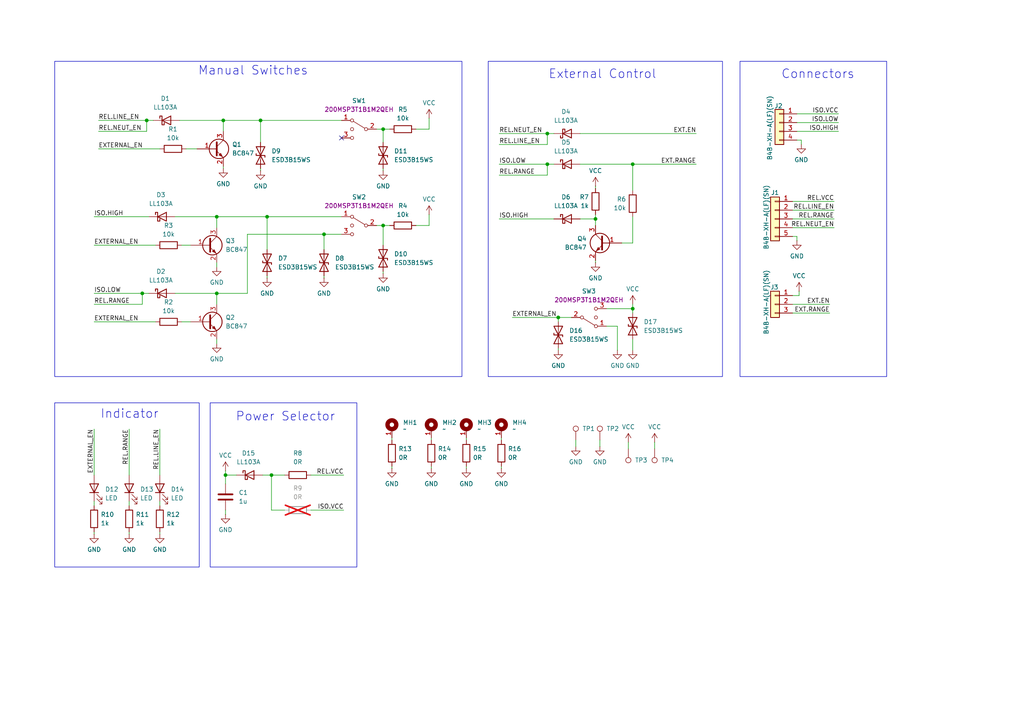
<source format=kicad_sch>
(kicad_sch (version 20231120) (generator "eeschema") (generator_version "8.0")
  (paper "A4")
  (junction (at 183.515 47.625))
  (junction (at 62.865 62.865))
  (junction (at 62.865 85.09))
  (junction (at 158.75 47.625))
  (junction (at 75.565 34.925))
  (junction (at 111.125 65.405))
  (junction (at 65.405 137.795))
  (junction (at 64.77 34.925))
  (junction (at 161.925 92.075))
  (junction (at 93.98 67.945))
  (junction (at 77.47 62.865))
  (junction (at 41.275 85.09))
  (junction (at 42.545 34.925))
  (junction (at 158.75 38.735))
  (junction (at 111.125 37.465))
  (junction (at 172.72 63.5))
  (junction (at 78.74 137.795))
  (junction (at 183.515 89.535))
  (no_connect (at 99.06 40.005))
  (wire (pts (xy 172.72 63.5) (xy 168.275 63.5)))
  (wire (pts (xy 27.305 137.795) (xy 27.305 124.46)))
  (wire (pts (xy 111.125 37.465) (xy 111.125 41.275)))
  (wire (pts (xy 93.98 80.645) (xy 93.98 80.01)))
  (wire (pts (xy 76.2 137.795) (xy 78.74 137.795)))
  (wire (pts (xy 27.305 93.345) (xy 45.085 93.345)))
  (wire (pts (xy 78.74 137.795) (xy 78.74 147.955)))
  (wire (pts (xy 52.07 34.925) (xy 64.77 34.925)))
  (wire (pts (xy 77.47 62.865) (xy 99.06 62.865)))
  (wire (pts (xy 28.575 38.1) (xy 42.545 38.1)))
  (wire (pts (xy 57.15 43.18) (xy 53.975 43.18)))
  (wire (pts (xy 46.355 154.94) (xy 46.355 154.305)))
  (wire (pts (xy 241.935 66.04) (xy 229.87 66.04)))
  (wire (pts (xy 64.77 48.895) (xy 64.77 48.26)))
  (wire (pts (xy 50.8 85.09) (xy 62.865 85.09)))
  (wire (pts (xy 148.59 92.075) (xy 161.925 92.075)))
  (wire (pts (xy 27.305 85.09) (xy 41.275 85.09)))
  (wire (pts (xy 37.465 154.94) (xy 37.465 154.305)))
  (wire (pts (xy 231.14 38.1) (xy 243.205 38.1)))
  (wire (pts (xy 231.775 84.455) (xy 231.775 85.725)))
  (wire (pts (xy 62.865 62.865) (xy 77.47 62.865)))
  (wire (pts (xy 109.22 65.405) (xy 111.125 65.405)))
  (wire (pts (xy 75.565 34.925) (xy 99.06 34.925)))
  (wire (pts (xy 124.46 62.23) (xy 124.46 65.405)))
  (wire (pts (xy 158.75 50.8) (xy 158.75 47.625)))
  (wire (pts (xy 42.545 38.1) (xy 42.545 34.925)))
  (wire (pts (xy 231.775 85.725) (xy 229.87 85.725)))
  (wire (pts (xy 64.77 34.925) (xy 64.77 38.1)))
  (wire (pts (xy 50.8 62.865) (xy 62.865 62.865)))
  (wire (pts (xy 42.545 34.925) (xy 44.45 34.925)))
  (wire (pts (xy 111.125 49.53) (xy 111.125 48.895)))
  (wire (pts (xy 41.275 88.265) (xy 41.275 85.09)))
  (wire (pts (xy 173.99 127.635) (xy 173.99 129.54)))
  (wire (pts (xy 172.72 62.23) (xy 172.72 63.5)))
  (wire (pts (xy 37.465 146.685) (xy 37.465 145.415)))
  (wire (pts (xy 167.005 127.635) (xy 167.005 129.54)))
  (wire (pts (xy 46.355 146.685) (xy 46.355 145.415)))
  (wire (pts (xy 82.55 137.795) (xy 78.74 137.795)))
  (wire (pts (xy 111.125 37.465) (xy 113.03 37.465)))
  (wire (pts (xy 125.095 135.89) (xy 125.095 135.255)))
  (wire (pts (xy 231.14 35.56) (xy 243.205 35.56)))
  (wire (pts (xy 90.17 147.955) (xy 99.695 147.955)))
  (wire (pts (xy 28.575 34.925) (xy 42.545 34.925)))
  (wire (pts (xy 189.865 128.27) (xy 189.865 130.175)))
  (wire (pts (xy 62.865 77.47) (xy 62.865 76.2)))
  (wire (pts (xy 41.275 85.09) (xy 43.18 85.09)))
  (wire (pts (xy 93.98 67.945) (xy 71.755 67.945)))
  (wire (pts (xy 27.305 62.865) (xy 43.18 62.865)))
  (wire (pts (xy 161.925 92.075) (xy 165.735 92.075)))
  (wire (pts (xy 109.22 37.465) (xy 111.125 37.465)))
  (wire (pts (xy 111.125 65.405) (xy 111.125 71.12)))
  (wire (pts (xy 172.72 63.5) (xy 172.72 65.405)))
  (wire (pts (xy 75.565 34.925) (xy 75.565 41.275)))
  (wire (pts (xy 124.46 34.29) (xy 124.46 37.465)))
  (wire (pts (xy 183.515 47.625) (xy 168.275 47.625)))
  (wire (pts (xy 241.935 63.5) (xy 229.87 63.5)))
  (wire (pts (xy 77.47 80.01) (xy 77.47 80.645)))
  (wire (pts (xy 229.87 68.58) (xy 231.14 68.58)))
  (wire (pts (xy 144.78 50.8) (xy 158.75 50.8)))
  (wire (pts (xy 144.78 41.91) (xy 158.75 41.91)))
  (wire (pts (xy 183.515 101.6) (xy 183.515 98.425)))
  (wire (pts (xy 175.895 89.535) (xy 183.515 89.535)))
  (wire (pts (xy 161.925 101.6) (xy 161.925 100.965)))
  (wire (pts (xy 46.355 137.795) (xy 46.355 124.46)))
  (wire (pts (xy 172.72 53.975) (xy 172.72 54.61)))
  (wire (pts (xy 144.78 63.5) (xy 160.655 63.5)))
  (wire (pts (xy 231.14 33.02) (xy 243.205 33.02)))
  (wire (pts (xy 161.925 92.075) (xy 161.925 93.345)))
  (wire (pts (xy 28.575 43.18) (xy 46.355 43.18)))
  (wire (pts (xy 55.245 93.345) (xy 52.705 93.345)))
  (wire (pts (xy 183.515 70.485) (xy 180.34 70.485)))
  (wire (pts (xy 179.07 101.6) (xy 179.07 94.615)))
  (wire (pts (xy 93.98 67.945) (xy 93.98 72.39)))
  (wire (pts (xy 182.245 128.27) (xy 182.245 130.175)))
  (wire (pts (xy 64.77 34.925) (xy 75.565 34.925)))
  (wire (pts (xy 125.095 127.635) (xy 125.095 127)))
  (wire (pts (xy 55.245 71.12) (xy 52.705 71.12)))
  (wire (pts (xy 232.41 40.64) (xy 232.41 41.91)))
  (wire (pts (xy 62.865 99.695) (xy 62.865 98.425)))
  (wire (pts (xy 124.46 37.465) (xy 120.65 37.465)))
  (wire (pts (xy 111.125 79.375) (xy 111.125 78.74)))
  (wire (pts (xy 158.75 41.91) (xy 158.75 38.735)))
  (wire (pts (xy 231.14 40.64) (xy 232.41 40.64)))
  (wire (pts (xy 229.87 88.265) (xy 240.665 88.265)))
  (wire (pts (xy 145.415 135.89) (xy 145.415 135.255)))
  (wire (pts (xy 183.515 89.535) (xy 183.515 90.805)))
  (wire (pts (xy 135.255 135.89) (xy 135.255 135.255)))
  (wire (pts (xy 65.405 137.795) (xy 65.405 140.335)))
  (wire (pts (xy 78.74 147.955) (xy 82.55 147.955)))
  (wire (pts (xy 229.87 58.42) (xy 241.935 58.42)))
  (wire (pts (xy 62.865 85.09) (xy 71.755 85.09)))
  (wire (pts (xy 201.93 47.625) (xy 183.515 47.625)))
  (wire (pts (xy 135.255 127.635) (xy 135.255 127)))
  (wire (pts (xy 65.405 149.225) (xy 65.405 147.955)))
  (wire (pts (xy 27.305 88.265) (xy 41.275 88.265)))
  (wire (pts (xy 111.125 65.405) (xy 113.03 65.405)))
  (wire (pts (xy 27.305 71.12) (xy 45.085 71.12)))
  (wire (pts (xy 113.665 127.635) (xy 113.665 127)))
  (wire (pts (xy 77.47 72.39) (xy 77.47 62.865)))
  (wire (pts (xy 68.58 137.795) (xy 65.405 137.795)))
  (wire (pts (xy 99.06 67.945) (xy 93.98 67.945)))
  (wire (pts (xy 229.87 90.805) (xy 240.665 90.805)))
  (wire (pts (xy 179.07 94.615) (xy 175.895 94.615)))
  (wire (pts (xy 201.93 38.735) (xy 168.275 38.735)))
  (wire (pts (xy 160.655 38.735) (xy 158.75 38.735)))
  (wire (pts (xy 231.14 68.58) (xy 231.14 69.85)))
  (wire (pts (xy 144.78 47.625) (xy 158.75 47.625)))
  (wire (pts (xy 183.515 47.625) (xy 183.515 55.245)))
  (wire (pts (xy 241.935 60.96) (xy 229.87 60.96)))
  (wire (pts (xy 124.46 65.405) (xy 120.65 65.405)))
  (wire (pts (xy 27.305 146.685) (xy 27.305 145.415)))
  (wire (pts (xy 158.75 47.625) (xy 160.655 47.625)))
  (wire (pts (xy 75.565 48.895) (xy 75.565 49.53)))
  (wire (pts (xy 99.695 137.795) (xy 90.17 137.795)))
  (wire (pts (xy 71.755 67.945) (xy 71.755 85.09)))
  (wire (pts (xy 183.515 88.265) (xy 183.515 89.535)))
  (wire (pts (xy 145.415 127.635) (xy 145.415 127)))
  (wire (pts (xy 37.465 137.795) (xy 37.465 124.46)))
  (wire (pts (xy 172.72 76.2) (xy 172.72 75.565)))
  (wire (pts (xy 62.865 85.09) (xy 62.865 88.265)))
  (wire (pts (xy 27.305 154.94) (xy 27.305 154.305)))
  (wire (pts (xy 65.405 136.525) (xy 65.405 137.795)))
  (wire (pts (xy 62.865 62.865) (xy 62.865 66.04)))
  (wire (pts (xy 144.78 38.735) (xy 158.75 38.735)))
  (wire (pts (xy 113.665 135.89) (xy 113.665 135.255)))
  (wire (pts (xy 183.515 62.865) (xy 183.515 70.485)))
  (rectangle (start 214.63 17.78) (end 257.175 109.22))
  (rectangle (start 60.96 116.84) (end 103.505 164.465))
  (rectangle (start 15.875 116.84) (end 57.785 164.465))
  (rectangle (start 141.605 17.78) (end 209.55 109.22))
  (rectangle (start 15.875 17.78) (end 133.985 109.22))
  (text "External Control" (at 174.752 21.59 0) (effects (font (size 2.54 2.54))))
  (text "Power Selector" (at 82.804 120.904 0) (effects (font (size 2.54 2.54))))
  (text "Indicator" (at 37.592 120.142 0) (effects (font (size 2.54 2.54))))
  (text "Connectors" (at 237.236 21.59 0) (effects (font (size 2.54 2.54))))
  (text "Manual Switches" (at 73.406 20.574 0) (effects (font (size 2.54 2.54))))
  (label "REL.LINE_EN" (at 144.78 41.91 0))
  (label "ISO.LOW" (at 27.305 85.09 0))
  (label "EXTERNAL_EN" (at 27.305 124.46 270))
  (label "REL.RANGE" (at 241.935 63.5 180))
  (label "REL.NEUT_EN" (at 144.78 38.735 0))
  (label "REL.LINE_EN" (at 46.355 124.46 270))
  (label "ISO.HIGH" (at 243.205 38.1 180))
  (label "ISO.HIGH" (at 27.305 62.865 0))
  (label "EXT.EN" (at 240.665 88.265 180))
  (label "REL.NEUT_EN" (at 28.575 38.1 0))
  (label "REL.RANGE" (at 27.305 88.265 0))
  (label "EXTERNAL_EN" (at 27.305 71.12 0))
  (label "ISO.LOW" (at 243.205 35.56 180))
  (label "REL.LINE_EN" (at 241.935 60.96 180))
  (label "EXT.RANGE" (at 201.93 47.625 180))
  (label "REL.VCC" (at 241.935 58.42 180))
  (label "ISO.LOW" (at 144.78 47.625 0))
  (label "ISO.VCC" (at 99.695 147.955 180))
  (label "REL.RANGE" (at 37.465 124.46 270))
  (label "EXTERNAL_EN" (at 27.305 93.345 0))
  (label "EXTERNAL_EN" (at 148.59 92.075 0))
  (label "ISO.HIGH" (at 144.78 63.5 0))
  (label "EXT.EN" (at 201.93 38.735 180))
  (label "REL.NEUT_EN" (at 241.935 66.04 180))
  (label "EXTERNAL_EN" (at 28.575 43.18 0))
  (label "ISO.VCC" (at 243.205 33.02 180))
  (label "REL.VCC" (at 99.695 137.795 180))
  (label "EXT.RANGE" (at 240.665 90.805 180))
  (label "REL.LINE_EN" (at 28.575 34.925 0))
  (label "REL.RANGE" (at 144.78 50.8 0))
  (symbol (lib_id "Koszalix_Shottky_Diodes:LL103A") (at 72.39 140.335 0) (unit 1)
    (property "Reference" "D15" (at 72.0725 131.445 0))
    (property "Value" "LL103A" (at 72.0725 133.985 0))
    (property "Footprint" "Diode_SMD:D_MiniMELF" (effects (hide yes)))
    (property "Datasheet" "https://www.tme.eu/Document/4b83a5789d32f39934640cef179344a8/ll103a.pdf" (effects (hide yes)))
    (property "Description" "Schotky diode, 350mA/40V" (effects (hide yes)))
    (property "Manufacturer" "Diotec Semiconductor" (effects (hide yes)))
    (property "MPN" "LL103A" (effects (hide yes)))
    (property "Peak reverse voltage" "40V" (effects (hide yes)))
    (property "Power dissipation" "400mW" (effects (hide yes)))
    (property "Max. average forward current" "350mA" (effects (hide yes)))
    (property "unction temperature" "-55 to +125°C" (effects (hide yes)))
    (property " junction capacitance" "50pF" (effects (hide yes)))
    (property "Reverse recovery time" "10ns" (effects (hide yes)))
    (property "Leakage current" "5uA" (effects (hide yes)))
  )
  (symbol (lib_id "Koszalix_Shottky_Diodes:LL103A") (at 46.99 87.63 0) (unit 1)
    (property "Reference" "D2" (at 46.6725 78.74 0))
    (property "Value" "LL103A" (at 46.6725 81.28 0))
    (property "Footprint" "Diode_SMD:D_MiniMELF" (effects (hide yes)))
    (property "Datasheet" "https://www.tme.eu/Document/4b83a5789d32f39934640cef179344a8/ll103a.pdf" (effects (hide yes)))
    (property "Description" "Schotky diode, 350mA/40V" (effects (hide yes)))
    (property "Manufacturer" "Diotec Semiconductor" (effects (hide yes)))
    (property "MPN" "LL103A" (effects (hide yes)))
    (property "Peak reverse voltage" "40V" (effects (hide yes)))
    (property "Power dissipation" "400mW" (effects (hide yes)))
    (property "Max. average forward current" "350mA" (effects (hide yes)))
    (property "unction temperature" "-55 to +125°C" (effects (hide yes)))
    (property " junction capacitance" "50pF" (effects (hide yes)))
    (property "Reverse recovery time" "10ns" (effects (hide yes)))
    (property "Leakage current" "5uA" (effects (hide yes)))
  )
  (symbol (lib_id "power:GND") (at 62.865 99.695 0) (unit 1)
    (property "Reference" "#PWR04" (effects (hide yes)))
    (property "Value" "GND" (at 62.865 104.14 0))
    (property "Description" "Power symbol creates a global label with name \"GND\" , ground" (effects (hide yes)))
  )
  (symbol (lib_id "Koszalix_Shottky_Diodes:LL103A") (at 164.465 36.195 0) (mirror x) (unit 1)
    (property "Reference" "D4" (at 164.1475 32.385 0))
    (property "Value" "LL103A" (at 164.1475 34.925 0))
    (property "Footprint" "Diode_SMD:D_MiniMELF" (effects (hide yes)))
    (property "Datasheet" "https://www.tme.eu/Document/4b83a5789d32f39934640cef179344a8/ll103a.pdf" (effects (hide yes)))
    (property "Description" "Schotky diode, 350mA/40V" (effects (hide yes)))
    (property "Manufacturer" "Diotec Semiconductor" (effects (hide yes)))
    (property "MPN" "LL103A" (effects (hide yes)))
    (property "Peak reverse voltage" "40V" (effects (hide yes)))
    (property "Power dissipation" "400mW" (effects (hide yes)))
    (property "Max. average forward current" "350mA" (effects (hide yes)))
    (property "unction temperature" "-55 to +125°C" (effects (hide yes)))
    (property " junction capacitance" "50pF" (effects (hide yes)))
    (property "Reverse recovery time" "10ns" (effects (hide yes)))
    (property "Leakage current" "5uA" (effects (hide yes)))
  )
  (symbol (lib_id "Koszalix_Mechanical:MountingHole_M3_3.2mm_Pad") (at 145.415 123.19 0) (unit 1)
    (property "Reference" "MH4" (at 148.59 122.5549 0) (effects (justify left)))
    (property "Value" "~" (at 148.59 124.46 0) (effects (justify left)))
    (property "Footprint" "MountingHole:MountingHole_3.2mm_M3_Pad" (effects (hide yes)))
    (property "Description" "Mounting hole 3.2mm " (effects (hide yes)))
  )
  (symbol (lib_id "Koszalix_Shottky_Diodes:LL103A") (at 164.465 66.04 0) (unit 1)
    (property "Reference" "D6" (at 164.1475 57.15 0))
    (property "Value" "LL103A" (at 164.1475 59.69 0))
    (property "Footprint" "Diode_SMD:D_MiniMELF" (effects (hide yes)))
    (property "Datasheet" "https://www.tme.eu/Document/4b83a5789d32f39934640cef179344a8/ll103a.pdf" (effects (hide yes)))
    (property "Description" "Schotky diode, 350mA/40V" (effects (hide yes)))
    (property "Manufacturer" "Diotec Semiconductor" (effects (hide yes)))
    (property "MPN" "LL103A" (effects (hide yes)))
    (property "Peak reverse voltage" "40V" (effects (hide yes)))
    (property "Power dissipation" "400mW" (effects (hide yes)))
    (property "Max. average forward current" "350mA" (effects (hide yes)))
    (property "unction temperature" "-55 to +125°C" (effects (hide yes)))
    (property " junction capacitance" "50pF" (effects (hide yes)))
    (property "Reverse recovery time" "10ns" (effects (hide yes)))
    (property "Leakage current" "5uA" (effects (hide yes)))
  )
  (symbol (lib_id "Koszalix_Switches:SW_SP3T_200MSP3T1B1M2QEH") (at 109.22 37.465 0) (mirror y) (unit 1)
    (property "Reference" "SW1" (at 104.14 29.21 0))
    (property "Value" "200MSP3T1B1M2QEH" (effects (hide yes)))
    (property "Footprint" "Koszalix_Switches:ESWITCH-100SP1T1B1M1QEH" (effects (hide yes)))
    (property "Datasheet" "https://www.tme.eu/Document/2b7a169d593b3bf7a4fc5fcea8c933ec/200MSP3T1B1M2QEH.pdf" (effects (hide yes)))
    (property "Description" "Switch SD3T, center open,  1A/250VAC, 20mOhm" (effects (hide yes)))
    (property "MPN" "200MSP3T1B1M2QEH" (at 104.14 31.75 0))
    (property "Manufacturer" "E-SWITCH" (effects (hide yes)))
  )
  (symbol (lib_id "power:GND") (at 161.925 101.6 0) (unit 1)
    (property "Reference" "#PWR027" (effects (hide yes)))
    (property "Value" "GND" (at 161.925 106.045 0))
    (property "Description" "Power symbol creates a global label with name \"GND\" , ground" (effects (hide yes)))
  )
  (symbol (lib_id "power:GND") (at 183.515 101.6 0) (unit 1)
    (property "Reference" "#PWR028" (effects (hide yes)))
    (property "Value" "GND" (at 183.515 106.045 0))
    (property "Description" "Power symbol creates a global label with name \"GND\" , ground" (effects (hide yes)))
  )
  (symbol (lib_id "power:GND") (at 65.405 149.225 0) (unit 1)
    (property "Reference" "#PWR018" (effects (hide yes)))
    (property "Value" "GND" (at 65.405 153.67 0))
    (property "Description" "Power symbol creates a global label with name \"GND\" , ground" (effects (hide yes)))
  )
  (symbol (lib_id "power:GND") (at 231.14 69.85 0) (unit 1)
    (property "Reference" "#PWR01" (effects (hide yes)))
    (property "Value" "GND" (at 231.14 74.295 0))
    (property "Description" "Power symbol creates a global label with name \"GND\" , ground" (effects (hide yes)))
  )
  (symbol (lib_id "Koszalix_Connectors_JST_XH:B3B-XH-A(LF)(SN)") (at 229.87 85.725 0) (mirror y) (unit 1)
    (property "Reference" "J3" (at 225.806 83.312 0) (effects (justify left)))
    (property "Value" "B4B-XH-A(LF)(SN)" (at 222.25 97.028 90) (effects (justify left)))
    (property "Footprint" "Connector_JST:JST_XH_B3B-XH-A_1x03_P2.50mm_Vertical" (effects (hide yes)))
    (property "Datasheet" "https://www.tme.eu/Document/0a99312bb6c67d3f0f7869fe9a023cea/XH.pdf" (effects (hide yes)))
    (property "Description" "JST XH Connector 3 pins" (effects (hide yes)))
  )
  (symbol (lib_id "Connector:TestPoint") (at 173.99 127.635 0) (unit 1)
    (property "Reference" "TP2" (at 175.895 124.3329 0) (effects (justify left)))
    (property "Value" "TestPoint" (effects (hide yes)))
    (property "Footprint" "TestPoint:TestPoint_Pad_D1.0mm" (effects (hide yes)))
    (property "Description" "test point" (effects (hide yes)))
  )
  (symbol (lib_id "Koszalix_Shottky_Diodes:LL103A") (at 164.465 50.165 0) (unit 1)
    (property "Reference" "D5" (at 164.1475 41.275 0))
    (property "Value" "LL103A" (at 164.1475 43.815 0))
    (property "Footprint" "Diode_SMD:D_MiniMELF" (effects (hide yes)))
    (property "Datasheet" "https://www.tme.eu/Document/4b83a5789d32f39934640cef179344a8/ll103a.pdf" (effects (hide yes)))
    (property "Description" "Schotky diode, 350mA/40V" (effects (hide yes)))
    (property "Manufacturer" "Diotec Semiconductor" (effects (hide yes)))
    (property "MPN" "LL103A" (effects (hide yes)))
    (property "Peak reverse voltage" "40V" (effects (hide yes)))
    (property "Power dissipation" "400mW" (effects (hide yes)))
    (property "Max. average forward current" "350mA" (effects (hide yes)))
    (property "unction temperature" "-55 to +125°C" (effects (hide yes)))
    (property " junction capacitance" "50pF" (effects (hide yes)))
    (property "Reverse recovery time" "10ns" (effects (hide yes)))
    (property "Leakage current" "5uA" (effects (hide yes)))
  )
  (symbol (lib_id "power:GND") (at 77.47 80.645 0) (unit 1)
    (property "Reference" "#PWR013" (effects (hide yes)))
    (property "Value" "GND" (at 77.47 85.09 0))
    (property "Description" "Power symbol creates a global label with name \"GND\" , ground" (effects (hide yes)))
  )
  (symbol (lib_id "Koszalix_Resistors_Yageo_RC0603:RES_0R_0603") (at 86.36 137.795 90) (unit 1)
    (property "Reference" "R8" (at 86.36 131.445 90))
    (property "Value" "0R" (at 86.36 133.985 90))
    (property "Footprint" "Resistor_SMD:R_0603_1608Metric" (effects (hide yes)))
    (property "Datasheet" "https://www.tme.eu/Document/d2a72e545e5c8eb7bf2a04fa97535928/rc0603yageo.pdf" (effects (hide yes)))
    (property "Description" "SMD Resistor" (effects (hide yes)))
    (property "Manufacturer" "YAGEO" (effects (hide yes)))
    (property "MPN" "RC0603FR-070R" (effects (hide yes)))
    (property "Maximum Working Voltage " "50 V" (effects (hide yes)))
    (property "Maximum Overload Voltage" "100 V" (effects (hide yes)))
    (property "Dielectric Withstanding Voltage " "100 V" (effects (hide yes)))
    (property "Temperature Coefficient" "200ppm" (effects (hide yes)))
    (property "Operating Temperature Range" "–55 °C to +155 °C" (effects (hide yes)))
    (property "Tolerance" "1%" (effects (hide yes)))
  )
  (symbol (lib_id "power:GND") (at 167.005 129.54 0) (unit 1)
    (property "Reference" "#PWR029" (effects (hide yes)))
    (property "Value" "GND" (at 167.005 133.985 0))
    (property "Description" "Power symbol creates a global label with name \"GND\" , ground" (effects (hide yes)))
  )
  (symbol (lib_id "power:GND") (at 46.355 154.94 0) (unit 1)
    (property "Reference" "#PWR020" (effects (hide yes)))
    (property "Value" "GND" (at 46.355 159.385 0))
    (property "Description" "Power symbol creates a global label with name \"GND\" , ground" (effects (hide yes)))
  )
  (symbol (lib_id "Koszalix_Resistors_Yageo_RC0603:RES_10k_0603") (at 183.515 59.055 0) (mirror y) (unit 1)
    (property "Reference" "R6" (at 181.61 57.7849 0) (effects (justify left)))
    (property "Value" "10k" (at 181.61 60.3249 0) (effects (justify left)))
    (property "Footprint" "Resistor_SMD:R_0603_1608Metric" (effects (hide yes)))
    (property "Datasheet" "https://www.tme.eu/Document/d2a72e545e5c8eb7bf2a04fa97535928/rc0603yageo.pdf" (effects (hide yes)))
    (property "Description" "SMD Resistor" (effects (hide yes)))
    (property "Manufacturer" "YAGEO" (effects (hide yes)))
    (property "MPN" "RC0603FR-0710k" (effects (hide yes)))
    (property "Maximum Working Voltage " "50 V" (effects (hide yes)))
    (property "Maximum Overload Voltage" "100 V" (effects (hide yes)))
    (property "Dielectric Withstanding Voltage " "100 V" (effects (hide yes)))
    (property "Temperature Coefficient" "200ppm" (effects (hide yes)))
    (property "Operating Temperature Range" "–55 °C to +155 °C" (effects (hide yes)))
    (property "Tolerance" "1%" (effects (hide yes)))
  )
  (symbol (lib_id "Koszalix_Resistors_Yageo_RC0603:RES_1k_0603") (at 172.72 58.42 0) (mirror x) (unit 1)
    (property "Reference" "R7" (at 170.815 57.1499 0) (effects (justify right)))
    (property "Value" "1k" (at 170.815 59.6899 0) (effects (justify right)))
    (property "Footprint" "Resistor_SMD:R_0603_1608Metric" (effects (hide yes)))
    (property "Datasheet" "https://www.tme.eu/Document/d2a72e545e5c8eb7bf2a04fa97535928/rc0603yageo.pdf" (effects (hide yes)))
    (property "Description" "SMD Resistor" (effects (hide yes)))
    (property "Manufacturer" "YAGEO" (effects (hide yes)))
    (property "MPN" "RC0603FR-071k" (effects (hide yes)))
    (property "Maximum Working Voltage " "50 V" (effects (hide yes)))
    (property "Maximum Overload Voltage" "100 V" (effects (hide yes)))
    (property "Dielectric Withstanding Voltage " "100 V" (effects (hide yes)))
    (property "Temperature Coefficient" "200ppm" (effects (hide yes)))
    (property "Operating Temperature Range" "–55 °C to +155 °C" (effects (hide yes)))
    (property "Tolerance" "1%" (effects (hide yes)))
  )
  (symbol (lib_id "Koszalix_Resistors_Yageo_RC0603:RES_10k_0603") (at 116.84 65.405 270) (unit 1)
    (property "Reference" "R4" (at 116.84 59.69 90))
    (property "Value" "10k" (at 116.84 62.23 90))
    (property "Footprint" "Resistor_SMD:R_0603_1608Metric" (effects (hide yes)))
    (property "Datasheet" "https://www.tme.eu/Document/d2a72e545e5c8eb7bf2a04fa97535928/rc0603yageo.pdf" (effects (hide yes)))
    (property "Description" "SMD Resistor" (effects (hide yes)))
    (property "Manufacturer" "YAGEO" (effects (hide yes)))
    (property "MPN" "RC0603FR-0710k" (effects (hide yes)))
    (property "Maximum Working Voltage " "50 V" (effects (hide yes)))
    (property "Maximum Overload Voltage" "100 V" (effects (hide yes)))
    (property "Dielectric Withstanding Voltage " "100 V" (effects (hide yes)))
    (property "Temperature Coefficient" "200ppm" (effects (hide yes)))
    (property "Operating Temperature Range" "–55 °C to +155 °C" (effects (hide yes)))
    (property "Tolerance" "1%" (effects (hide yes)))
  )
  (symbol (lib_id "power:GND") (at 93.98 80.645 0) (unit 1)
    (property "Reference" "#PWR014" (effects (hide yes)))
    (property "Value" "GND" (at 93.98 85.09 0))
    (property "Description" "Power symbol creates a global label with name \"GND\" , ground" (effects (hide yes)))
  )
  (symbol (lib_id "Transistor_BJT:BC847") (at 62.23 43.18 0) (unit 1)
    (property "Reference" "Q1" (at 67.31 41.9099 0) (effects (justify left)))
    (property "Value" "BC847" (at 67.31 44.4499 0) (effects (justify left)))
    (property "Footprint" "Package_TO_SOT_SMD:SOT-23" (effects (hide yes)))
    (property "Datasheet" "http://www.infineon.com/dgdl/Infineon-BC847SERIES_BC848SERIES_BC849SERIES_BC850SERIES-DS-v01_01-en.pdf?fileId=db3a304314dca389011541d4630a1657" (effects (hide yes)))
    (property "Description" "0.1A Ic, 45V Vce, NPN Transistor, SOT-23" (effects (hide yes)))
  )
  (symbol (lib_id "Koszalix_Resistors_Yageo_RC0603:RES_0R_0603") (at 86.36 147.955 90) (unit 1) (dnp yes)
    (property "Reference" "R9" (at 86.36 141.605 90))
    (property "Value" "0R" (at 86.36 144.145 90))
    (property "Footprint" "Resistor_SMD:R_0603_1608Metric" (effects (hide yes)))
    (property "Datasheet" "https://www.tme.eu/Document/d2a72e545e5c8eb7bf2a04fa97535928/rc0603yageo.pdf" (effects (hide yes)))
    (property "Description" "SMD Resistor" (effects (hide yes)))
    (property "Manufacturer" "YAGEO" (effects (hide yes)))
    (property "MPN" "RC0603FR-070R" (effects (hide yes)))
    (property "Maximum Working Voltage " "50 V" (effects (hide yes)))
    (property "Maximum Overload Voltage" "100 V" (effects (hide yes)))
    (property "Dielectric Withstanding Voltage " "100 V" (effects (hide yes)))
    (property "Temperature Coefficient" "200ppm" (effects (hide yes)))
    (property "Operating Temperature Range" "–55 °C to +155 °C" (effects (hide yes)))
    (property "Tolerance" "1%" (effects (hide yes)))
  )
  (symbol (lib_id "power:GND") (at 135.255 135.89 0) (unit 1)
    (property "Reference" "#PWR025" (effects (hide yes)))
    (property "Value" "GND" (at 135.255 140.335 0))
    (property "Description" "Power symbol creates a global label with name \"GND\" , ground" (effects (hide yes)))
  )
  (symbol (lib_id "Koszalix_Resistors_Yageo_RC0603:RES_1k_0603") (at 46.355 150.495 0) (unit 1)
    (property "Reference" "R12" (at 48.26 149.2249 0) (effects (justify left)))
    (property "Value" "1k" (at 48.26 151.7649 0) (effects (justify left)))
    (property "Footprint" "Resistor_SMD:R_0603_1608Metric" (effects (hide yes)))
    (property "Datasheet" "https://www.tme.eu/Document/d2a72e545e5c8eb7bf2a04fa97535928/rc0603yageo.pdf" (effects (hide yes)))
    (property "Description" "SMD Resistor" (effects (hide yes)))
    (property "Manufacturer" "YAGEO" (effects (hide yes)))
    (property "MPN" "RC0603FR-071k" (effects (hide yes)))
    (property "Maximum Working Voltage " "50 V" (effects (hide yes)))
    (property "Maximum Overload Voltage" "100 V" (effects (hide yes)))
    (property "Dielectric Withstanding Voltage " "100 V" (effects (hide yes)))
    (property "Temperature Coefficient" "200ppm" (effects (hide yes)))
    (property "Operating Temperature Range" "–55 °C to +155 °C" (effects (hide yes)))
    (property "Tolerance" "1%" (effects (hide yes)))
  )
  (symbol (lib_id "Device:LED") (at 27.305 141.605 90) (unit 1)
    (property "Reference" "D12" (at 30.48 141.9224 90) (effects (justify right)))
    (property "Value" "LED" (at 30.48 144.4624 90) (effects (justify right)))
    (property "Footprint" "LED_THT:LED_D5.0mm_FlatTop" (effects (hide yes)))
    (property "Description" "Light emitting diode" (effects (hide yes)))
  )
  (symbol (lib_id "Koszalix_Resistors_Yageo_RC0603:RES_1k_0603") (at 27.305 150.495 0) (unit 1)
    (property "Reference" "R10" (at 29.21 149.2249 0) (effects (justify left)))
    (property "Value" "1k" (at 29.21 151.7649 0) (effects (justify left)))
    (property "Footprint" "Resistor_SMD:R_0603_1608Metric" (effects (hide yes)))
    (property "Datasheet" "https://www.tme.eu/Document/d2a72e545e5c8eb7bf2a04fa97535928/rc0603yageo.pdf" (effects (hide yes)))
    (property "Description" "SMD Resistor" (effects (hide yes)))
    (property "Manufacturer" "YAGEO" (effects (hide yes)))
    (property "MPN" "RC0603FR-071k" (effects (hide yes)))
    (property "Maximum Working Voltage " "50 V" (effects (hide yes)))
    (property "Maximum Overload Voltage" "100 V" (effects (hide yes)))
    (property "Dielectric Withstanding Voltage " "100 V" (effects (hide yes)))
    (property "Temperature Coefficient" "200ppm" (effects (hide yes)))
    (property "Operating Temperature Range" "–55 °C to +155 °C" (effects (hide yes)))
    (property "Tolerance" "1%" (effects (hide yes)))
  )
  (symbol (lib_id "Connector:TestPoint") (at 189.865 130.175 180) (unit 1)
    (property "Reference" "TP4" (at 191.77 133.4769 0) (effects (justify right)))
    (property "Value" "TestPoint" (effects (hide yes)))
    (property "Footprint" "TestPoint:TestPoint_Pad_D1.0mm" (effects (hide yes)))
    (property "Description" "test point" (effects (hide yes)))
  )
  (symbol (lib_id "power:VCC") (at 189.865 128.27 0) (unit 1)
    (property "Reference" "#PWR032" (effects (hide yes)))
    (property "Value" "VCC" (at 189.865 123.825 0))
    (property "Description" "Power symbol creates a global label with name \"VCC\"" (effects (hide yes)))
  )
  (symbol (lib_id "Koszalix_TVS:ESD3B15WS") (at 186.055 95.885 90) (unit 1)
    (property "Reference" "D17" (at 186.69 93.3449 90) (effects (justify right)))
    (property "Value" "ESD3B15WS" (at 186.69 95.8849 90) (effects (justify right)))
    (property "Footprint" "Diode_SMD:D_SOD-323_HandSoldering" (effects (hide yes)))
    (property "Datasheet" "https://www.tme.eu/Document/88a52fd2eb5b4d5ee459bc1d3a0ee07e/esd3b5v0ws.pdf" (effects (hide yes)))
    (property "Description" "Diode, TVS, 15V" (effects (hide yes)))
  )
  (symbol (lib_id "Koszalix_Resistors_Yageo_RC0603:RES_0R_0603") (at 113.665 131.445 0) (unit 1)
    (property "Reference" "R13" (at 115.57 130.1749 0) (effects (justify left)))
    (property "Value" "0R" (at 115.57 132.7149 0) (effects (justify left)))
    (property "Footprint" "Resistor_SMD:R_0603_1608Metric" (effects (hide yes)))
    (property "Datasheet" "https://www.tme.eu/Document/d2a72e545e5c8eb7bf2a04fa97535928/rc0603yageo.pdf" (effects (hide yes)))
    (property "Description" "SMD Resistor" (effects (hide yes)))
    (property "Manufacturer" "YAGEO" (effects (hide yes)))
    (property "MPN" "RC0603FR-070R" (effects (hide yes)))
    (property "Maximum Working Voltage " "50 V" (effects (hide yes)))
    (property "Maximum Overload Voltage" "100 V" (effects (hide yes)))
    (property "Dielectric Withstanding Voltage " "100 V" (effects (hide yes)))
    (property "Temperature Coefficient" "200ppm" (effects (hide yes)))
    (property "Operating Temperature Range" "–55 °C to +155 °C" (effects (hide yes)))
    (property "Tolerance" "1%" (effects (hide yes)))
  )
  (symbol (lib_id "Koszalix_Resistors_Yageo_RC0603:RES_10k_0603") (at 48.895 93.345 270) (unit 1)
    (property "Reference" "R2" (at 48.895 87.63 90))
    (property "Value" "10k" (at 48.895 90.17 90))
    (property "Footprint" "Resistor_SMD:R_0603_1608Metric" (effects (hide yes)))
    (property "Datasheet" "https://www.tme.eu/Document/d2a72e545e5c8eb7bf2a04fa97535928/rc0603yageo.pdf" (effects (hide yes)))
    (property "Description" "SMD Resistor" (effects (hide yes)))
    (property "Manufacturer" "YAGEO" (effects (hide yes)))
    (property "MPN" "RC0603FR-0710k" (effects (hide yes)))
    (property "Maximum Working Voltage " "50 V" (effects (hide yes)))
    (property "Maximum Overload Voltage" "100 V" (effects (hide yes)))
    (property "Dielectric Withstanding Voltage " "100 V" (effects (hide yes)))
    (property "Temperature Coefficient" "200ppm" (effects (hide yes)))
    (property "Operating Temperature Range" "–55 °C to +155 °C" (effects (hide yes)))
    (property "Tolerance" "1%" (effects (hide yes)))
  )
  (symbol (lib_id "Transistor_BJT:BC847") (at 60.325 93.345 0) (unit 1)
    (property "Reference" "Q2" (at 65.405 92.0749 0) (effects (justify left)))
    (property "Value" "BC847" (at 65.405 94.6149 0) (effects (justify left)))
    (property "Footprint" "Package_TO_SOT_SMD:SOT-23" (effects (hide yes)))
    (property "Datasheet" "http://www.infineon.com/dgdl/Infineon-BC847SERIES_BC848SERIES_BC849SERIES_BC850SERIES-DS-v01_01-en.pdf?fileId=db3a304314dca389011541d4630a1657" (effects (hide yes)))
    (property "Description" "0.1A Ic, 45V Vce, NPN Transistor, SOT-23" (effects (hide yes)))
  )
  (symbol (lib_id "Koszalix_TVS:ESD3B15WS") (at 164.465 98.425 90) (unit 1)
    (property "Reference" "D16" (at 165.1 95.8849 90) (effects (justify right)))
    (property "Value" "ESD3B15WS" (at 165.1 98.4249 90) (effects (justify right)))
    (property "Footprint" "Diode_SMD:D_SOD-323_HandSoldering" (effects (hide yes)))
    (property "Datasheet" "https://www.tme.eu/Document/88a52fd2eb5b4d5ee459bc1d3a0ee07e/esd3b5v0ws.pdf" (effects (hide yes)))
    (property "Description" "Diode, TVS, 15V" (effects (hide yes)))
  )
  (symbol (lib_id "power:GND") (at 125.095 135.89 0) (unit 1)
    (property "Reference" "#PWR024" (effects (hide yes)))
    (property "Value" "GND" (at 125.095 140.335 0))
    (property "Description" "Power symbol creates a global label with name \"GND\" , ground" (effects (hide yes)))
  )
  (symbol (lib_id "power:GND") (at 62.865 77.47 0) (unit 1)
    (property "Reference" "#PWR05" (effects (hide yes)))
    (property "Value" "GND" (at 62.865 81.915 0))
    (property "Description" "Power symbol creates a global label with name \"GND\" , ground" (effects (hide yes)))
  )
  (symbol (lib_id "Koszalix_Connectors_JST_XH:B4B-XH-A(LF)(SN)") (at 231.14 33.02 0) (mirror y) (unit 1)
    (property "Reference" "J2" (at 225.806 30.734 0))
    (property "Value" "B4B-XH-A(LF)(SN)" (at 223.266 37.084 90))
    (property "Footprint" "Connector_JST:JST_XH_B4B-XH-A_1x04_P2.50mm_Vertical" (effects (hide yes)))
    (property "Datasheet" "https://www.tme.eu/Document/0a99312bb6c67d3f0f7869fe9a023cea/XH.pdf" (effects (hide yes)))
    (property "Description" "JST XH Connector 4 pins" (effects (hide yes)))
  )
  (symbol (lib_id "Koszalix_Mechanical:MountingHole_M3_3.2mm_Pad") (at 135.255 123.19 0) (unit 1)
    (property "Reference" "MH3" (at 138.43 122.5549 0) (effects (justify left)))
    (property "Value" "~" (at 138.43 124.46 0) (effects (justify left)))
    (property "Footprint" "MountingHole:MountingHole_3.2mm_M3_Pad" (effects (hide yes)))
    (property "Description" "Mounting hole 3.2mm " (effects (hide yes)))
  )
  (symbol (lib_id "power:VCC") (at 231.775 84.455 0) (unit 1)
    (property "Reference" "#PWR09" (effects (hide yes)))
    (property "Value" "VCC" (at 231.775 80.01 0))
    (property "Description" "Power symbol creates a global label with name \"VCC\"" (effects (hide yes)))
  )
  (symbol (lib_id "power:GND") (at 113.665 135.89 0) (unit 1)
    (property "Reference" "#PWR023" (effects (hide yes)))
    (property "Value" "GND" (at 113.665 140.335 0))
    (property "Description" "Power symbol creates a global label with name \"GND\" , ground" (effects (hide yes)))
  )
  (symbol (lib_id "power:GND") (at 64.77 48.895 0) (unit 1)
    (property "Reference" "#PWR03" (effects (hide yes)))
    (property "Value" "GND" (at 64.77 53.34 0))
    (property "Description" "Power symbol creates a global label with name \"GND\" , ground" (effects (hide yes)))
  )
  (symbol (lib_id "power:VCC") (at 172.72 53.975 0) (mirror y) (unit 1)
    (property "Reference" "#PWR011" (effects (hide yes)))
    (property "Value" "VCC" (at 172.72 49.53 0))
    (property "Description" "Power symbol creates a global label with name \"VCC\"" (effects (hide yes)))
  )
  (symbol (lib_id "Koszalix_Resistors_Yageo_RC0603:RES_10k_0603") (at 50.165 43.18 270) (unit 1)
    (property "Reference" "R1" (at 50.165 37.465 90))
    (property "Value" "10k" (at 50.165 40.005 90))
    (property "Footprint" "Resistor_SMD:R_0603_1608Metric" (effects (hide yes)))
    (property "Datasheet" "https://www.tme.eu/Document/d2a72e545e5c8eb7bf2a04fa97535928/rc0603yageo.pdf" (effects (hide yes)))
    (property "Description" "SMD Resistor" (effects (hide yes)))
    (property "Manufacturer" "YAGEO" (effects (hide yes)))
    (property "MPN" "RC0603FR-0710k" (effects (hide yes)))
    (property "Maximum Working Voltage " "50 V" (effects (hide yes)))
    (property "Maximum Overload Voltage" "100 V" (effects (hide yes)))
    (property "Dielectric Withstanding Voltage " "100 V" (effects (hide yes)))
    (property "Temperature Coefficient" "200ppm" (effects (hide yes)))
    (property "Operating Temperature Range" "–55 °C to +155 °C" (effects (hide yes)))
    (property "Tolerance" "1%" (effects (hide yes)))
  )
  (symbol (lib_id "Koszalix_Switches:SW_SP3T_200MSP3T1B1M2QEH") (at 109.22 65.405 0) (mirror y) (unit 1)
    (property "Reference" "SW2" (at 104.14 57.15 0))
    (property "Value" "200MSP3T1B1M2QEH" (effects (hide yes)))
    (property "Footprint" "Koszalix_Switches:ESWITCH-100SP1T1B1M1QEH" (effects (hide yes)))
    (property "Datasheet" "https://www.tme.eu/Document/2b7a169d593b3bf7a4fc5fcea8c933ec/200MSP3T1B1M2QEH.pdf" (effects (hide yes)))
    (property "Description" "Switch SD3T, center open,  1A/250VAC, 20mOhm" (effects (hide yes)))
    (property "MPN" "200MSP3T1B1M2QEH" (at 104.14 59.69 0))
    (property "Manufacturer" "E-SWITCH" (effects (hide yes)))
  )
  (symbol (lib_id "Koszalix_TVS:ESD3B15WS") (at 96.52 77.47 90) (unit 1)
    (property "Reference" "D8" (at 97.155 74.9299 90) (effects (justify right)))
    (property "Value" "ESD3B15WS" (at 97.155 77.4699 90) (effects (justify right)))
    (property "Footprint" "Diode_SMD:D_SOD-323_HandSoldering" (effects (hide yes)))
    (property "Datasheet" "https://www.tme.eu/Document/88a52fd2eb5b4d5ee459bc1d3a0ee07e/esd3b5v0ws.pdf" (effects (hide yes)))
    (property "Description" "Diode, TVS, 15V" (effects (hide yes)))
  )
  (symbol (lib_id "Koszalix_Shottky_Diodes:LL103A") (at 46.99 65.405 0) (unit 1)
    (property "Reference" "D3" (at 46.6725 56.515 0))
    (property "Value" "LL103A" (at 46.6725 59.055 0))
    (property "Footprint" "Diode_SMD:D_MiniMELF" (effects (hide yes)))
    (property "Datasheet" "https://www.tme.eu/Document/4b83a5789d32f39934640cef179344a8/ll103a.pdf" (effects (hide yes)))
    (property "Description" "Schotky diode, 350mA/40V" (effects (hide yes)))
    (property "Manufacturer" "Diotec Semiconductor" (effects (hide yes)))
    (property "MPN" "LL103A" (effects (hide yes)))
    (property "Peak reverse voltage" "40V" (effects (hide yes)))
    (property "Power dissipation" "400mW" (effects (hide yes)))
    (property "Max. average forward current" "350mA" (effects (hide yes)))
    (property "unction temperature" "-55 to +125°C" (effects (hide yes)))
    (property " junction capacitance" "50pF" (effects (hide yes)))
    (property "Reverse recovery time" "10ns" (effects (hide yes)))
    (property "Leakage current" "5uA" (effects (hide yes)))
  )
  (symbol (lib_id "power:GND") (at 232.41 41.91 0) (unit 1)
    (property "Reference" "#PWR02" (effects (hide yes)))
    (property "Value" "GND" (at 232.41 46.355 0))
    (property "Description" "Power symbol creates a global label with name \"GND\" , ground" (effects (hide yes)))
  )
  (symbol (lib_id "Koszalix_TVS:ESD3B15WS") (at 113.665 76.2 90) (unit 1)
    (property "Reference" "D10" (at 114.3 73.6599 90) (effects (justify right)))
    (property "Value" "ESD3B15WS" (at 114.3 76.1999 90) (effects (justify right)))
    (property "Footprint" "Diode_SMD:D_SOD-323_HandSoldering" (effects (hide yes)))
    (property "Datasheet" "https://www.tme.eu/Document/88a52fd2eb5b4d5ee459bc1d3a0ee07e/esd3b5v0ws.pdf" (effects (hide yes)))
    (property "Description" "Diode, TVS, 15V" (effects (hide yes)))
  )
  (symbol (lib_id "Koszalix_Shottky_Diodes:LL103A") (at 48.26 37.465 0) (unit 1)
    (property "Reference" "D1" (at 47.9425 28.575 0))
    (property "Value" "LL103A" (at 47.9425 31.115 0))
    (property "Footprint" "Diode_SMD:D_MiniMELF" (effects (hide yes)))
    (property "Datasheet" "https://www.tme.eu/Document/4b83a5789d32f39934640cef179344a8/ll103a.pdf" (effects (hide yes)))
    (property "Description" "Schotky diode, 350mA/40V" (effects (hide yes)))
    (property "Manufacturer" "Diotec Semiconductor" (effects (hide yes)))
    (property "MPN" "LL103A" (effects (hide yes)))
    (property "Peak reverse voltage" "40V" (effects (hide yes)))
    (property "Power dissipation" "400mW" (effects (hide yes)))
    (property "Max. average forward current" "350mA" (effects (hide yes)))
    (property "unction temperature" "-55 to +125°C" (effects (hide yes)))
    (property " junction capacitance" "50pF" (effects (hide yes)))
    (property "Reverse recovery time" "10ns" (effects (hide yes)))
    (property "Leakage current" "5uA" (effects (hide yes)))
  )
  (symbol (lib_id "Koszalix_Resistors_Yageo_RC0603:RES_10k_0603") (at 48.895 71.12 270) (unit 1)
    (property "Reference" "R3" (at 48.895 65.405 90))
    (property "Value" "10k" (at 48.895 67.945 90))
    (property "Footprint" "Resistor_SMD:R_0603_1608Metric" (effects (hide yes)))
    (property "Datasheet" "https://www.tme.eu/Document/d2a72e545e5c8eb7bf2a04fa97535928/rc0603yageo.pdf" (effects (hide yes)))
    (property "Description" "SMD Resistor" (effects (hide yes)))
    (property "Manufacturer" "YAGEO" (effects (hide yes)))
    (property "MPN" "RC0603FR-0710k" (effects (hide yes)))
    (property "Maximum Working Voltage " "50 V" (effects (hide yes)))
    (property "Maximum Overload Voltage" "100 V" (effects (hide yes)))
    (property "Dielectric Withstanding Voltage " "100 V" (effects (hide yes)))
    (property "Temperature Coefficient" "200ppm" (effects (hide yes)))
    (property "Operating Temperature Range" "–55 °C to +155 °C" (effects (hide yes)))
    (property "Tolerance" "1%" (effects (hide yes)))
  )
  (symbol (lib_id "power:GND") (at 145.415 135.89 0) (unit 1)
    (property "Reference" "#PWR026" (effects (hide yes)))
    (property "Value" "GND" (at 145.415 140.335 0))
    (property "Description" "Power symbol creates a global label with name \"GND\" , ground" (effects (hide yes)))
  )
  (symbol (lib_id "power:VCC") (at 65.405 136.525 0) (unit 1)
    (property "Reference" "#PWR019" (effects (hide yes)))
    (property "Value" "VCC" (at 65.405 132.08 0))
    (property "Description" "Power symbol creates a global label with name \"VCC\"" (effects (hide yes)))
  )
  (symbol (lib_id "power:VCC") (at 124.46 62.23 0) (unit 1)
    (property "Reference" "#PWR07" (effects (hide yes)))
    (property "Value" "VCC" (at 124.46 57.785 0))
    (property "Description" "Power symbol creates a global label with name \"VCC\"" (effects (hide yes)))
  )
  (symbol (lib_id "Koszalix_Mechanical:MountingHole_M3_3.2mm_Pad") (at 113.665 123.19 0) (unit 1)
    (property "Reference" "MH1" (at 116.84 122.5549 0) (effects (justify left)))
    (property "Value" "~" (at 116.84 124.46 0) (effects (justify left)))
    (property "Footprint" "MountingHole:MountingHole_3.2mm_M3_Pad" (effects (hide yes)))
    (property "Description" "Mounting hole 3.2mm " (effects (hide yes)))
  )
  (symbol (lib_id "Koszalix_TVS:ESD3B15WS") (at 113.665 46.355 90) (unit 1)
    (property "Reference" "D11" (at 114.3 43.8149 90) (effects (justify right)))
    (property "Value" "ESD3B15WS" (at 114.3 46.3549 90) (effects (justify right)))
    (property "Footprint" "Diode_SMD:D_SOD-323_HandSoldering" (effects (hide yes)))
    (property "Datasheet" "https://www.tme.eu/Document/88a52fd2eb5b4d5ee459bc1d3a0ee07e/esd3b5v0ws.pdf" (effects (hide yes)))
    (property "Description" "Diode, TVS, 15V" (effects (hide yes)))
  )
  (symbol (lib_id "Transistor_BJT:BC847") (at 60.325 71.12 0) (unit 1)
    (property "Reference" "Q3" (at 65.405 69.8499 0) (effects (justify left)))
    (property "Value" "BC847" (at 65.405 72.3899 0) (effects (justify left)))
    (property "Footprint" "Package_TO_SOT_SMD:SOT-23" (effects (hide yes)))
    (property "Datasheet" "http://www.infineon.com/dgdl/Infineon-BC847SERIES_BC848SERIES_BC849SERIES_BC850SERIES-DS-v01_01-en.pdf?fileId=db3a304314dca389011541d4630a1657" (effects (hide yes)))
    (property "Description" "0.1A Ic, 45V Vce, NPN Transistor, SOT-23" (effects (hide yes)))
  )
  (symbol (lib_id "Koszalix_Resistors_Yageo_RC0603:RES_0R_0603") (at 145.415 131.445 0) (unit 1)
    (property "Reference" "R16" (at 147.32 130.1749 0) (effects (justify left)))
    (property "Value" "0R" (at 147.32 132.7149 0) (effects (justify left)))
    (property "Footprint" "Resistor_SMD:R_0603_1608Metric" (effects (hide yes)))
    (property "Datasheet" "https://www.tme.eu/Document/d2a72e545e5c8eb7bf2a04fa97535928/rc0603yageo.pdf" (effects (hide yes)))
    (property "Description" "SMD Resistor" (effects (hide yes)))
    (property "Manufacturer" "YAGEO" (effects (hide yes)))
    (property "MPN" "RC0603FR-070R" (effects (hide yes)))
    (property "Maximum Working Voltage " "50 V" (effects (hide yes)))
    (property "Maximum Overload Voltage" "100 V" (effects (hide yes)))
    (property "Dielectric Withstanding Voltage " "100 V" (effects (hide yes)))
    (property "Temperature Coefficient" "200ppm" (effects (hide yes)))
    (property "Operating Temperature Range" "–55 °C to +155 °C" (effects (hide yes)))
    (property "Tolerance" "1%" (effects (hide yes)))
  )
  (symbol (lib_id "power:VCC") (at 182.245 128.27 0) (unit 1)
    (property "Reference" "#PWR031" (effects (hide yes)))
    (property "Value" "VCC" (at 182.245 123.825 0))
    (property "Description" "Power symbol creates a global label with name \"VCC\"" (effects (hide yes)))
  )
  (symbol (lib_id "power:GND") (at 173.99 129.54 0) (unit 1)
    (property "Reference" "#PWR030" (effects (hide yes)))
    (property "Value" "GND" (at 173.99 133.985 0))
    (property "Description" "Power symbol creates a global label with name \"GND\" , ground" (effects (hide yes)))
  )
  (symbol (lib_id "power:GND") (at 111.125 49.53 0) (unit 1)
    (property "Reference" "#PWR017" (effects (hide yes)))
    (property "Value" "GND" (at 111.125 53.975 0))
    (property "Description" "Power symbol creates a global label with name \"GND\" , ground" (effects (hide yes)))
  )
  (symbol (lib_id "Koszalix_TVS:ESD3B15WS") (at 80.01 77.47 90) (unit 1)
    (property "Reference" "D7" (at 80.645 74.9299 90) (effects (justify right)))
    (property "Value" "ESD3B15WS" (at 80.645 77.4699 90) (effects (justify right)))
    (property "Footprint" "Diode_SMD:D_SOD-323_HandSoldering" (effects (hide yes)))
    (property "Datasheet" "https://www.tme.eu/Document/88a52fd2eb5b4d5ee459bc1d3a0ee07e/esd3b5v0ws.pdf" (effects (hide yes)))
    (property "Description" "Diode, TVS, 15V" (effects (hide yes)))
  )
  (symbol (lib_id "Koszalix_Resistors_Yageo_RC0603:RES_10k_0603") (at 116.84 37.465 270) (unit 1)
    (property "Reference" "R5" (at 116.84 31.75 90))
    (property "Value" "10k" (at 116.84 34.29 90))
    (property "Footprint" "Resistor_SMD:R_0603_1608Metric" (effects (hide yes)))
    (property "Datasheet" "https://www.tme.eu/Document/d2a72e545e5c8eb7bf2a04fa97535928/rc0603yageo.pdf" (effects (hide yes)))
    (property "Description" "SMD Resistor" (effects (hide yes)))
    (property "Manufacturer" "YAGEO" (effects (hide yes)))
    (property "MPN" "RC0603FR-0710k" (effects (hide yes)))
    (property "Maximum Working Voltage " "50 V" (effects (hide yes)))
    (property "Maximum Overload Voltage" "100 V" (effects (hide yes)))
    (property "Dielectric Withstanding Voltage " "100 V" (effects (hide yes)))
    (property "Temperature Coefficient" "200ppm" (effects (hide yes)))
    (property "Operating Temperature Range" "–55 °C to +155 °C" (effects (hide yes)))
    (property "Tolerance" "1%" (effects (hide yes)))
  )
  (symbol (lib_id "Koszalix_Resistors_Yageo_RC0603:RES_0R_0603") (at 135.255 131.445 0) (unit 1)
    (property "Reference" "R15" (at 137.16 130.1749 0) (effects (justify left)))
    (property "Value" "0R" (at 137.16 132.7149 0) (effects (justify left)))
    (property "Footprint" "Resistor_SMD:R_0603_1608Metric" (effects (hide yes)))
    (property "Datasheet" "https://www.tme.eu/Document/d2a72e545e5c8eb7bf2a04fa97535928/rc0603yageo.pdf" (effects (hide yes)))
    (property "Description" "SMD Resistor" (effects (hide yes)))
    (property "Manufacturer" "YAGEO" (effects (hide yes)))
    (property "MPN" "RC0603FR-070R" (effects (hide yes)))
    (property "Maximum Working Voltage " "50 V" (effects (hide yes)))
    (property "Maximum Overload Voltage" "100 V" (effects (hide yes)))
    (property "Dielectric Withstanding Voltage " "100 V" (effects (hide yes)))
    (property "Temperature Coefficient" "200ppm" (effects (hide yes)))
    (property "Operating Temperature Range" "–55 °C to +155 °C" (effects (hide yes)))
    (property "Tolerance" "1%" (effects (hide yes)))
  )
  (symbol (lib_id "Koszalix_TVS:ESD3B15WS") (at 78.105 46.355 90) (unit 1)
    (property "Reference" "D9" (at 78.74 43.8149 90) (effects (justify right)))
    (property "Value" "ESD3B15WS" (at 78.74 46.3549 90) (effects (justify right)))
    (property "Footprint" "Diode_SMD:D_SOD-323_HandSoldering" (effects (hide yes)))
    (property "Datasheet" "https://www.tme.eu/Document/88a52fd2eb5b4d5ee459bc1d3a0ee07e/esd3b5v0ws.pdf" (effects (hide yes)))
    (property "Description" "Diode, TVS, 15V" (effects (hide yes)))
  )
  (symbol (lib_id "Transistor_BJT:BC847") (at 175.26 70.485 0) (mirror y) (unit 1)
    (property "Reference" "Q4" (at 170.18 69.2149 0) (effects (justify left)))
    (property "Value" "BC847" (at 170.18 71.7549 0) (effects (justify left)))
    (property "Footprint" "Package_TO_SOT_SMD:SOT-23" (effects (hide yes)))
    (property "Datasheet" "http://www.infineon.com/dgdl/Infineon-BC847SERIES_BC848SERIES_BC849SERIES_BC850SERIES-DS-v01_01-en.pdf?fileId=db3a304314dca389011541d4630a1657" (effects (hide yes)))
    (property "Description" "0.1A Ic, 45V Vce, NPN Transistor, SOT-23" (effects (hide yes)))
  )
  (symbol (lib_id "power:GND") (at 75.565 49.53 0) (unit 1)
    (property "Reference" "#PWR015" (effects (hide yes)))
    (property "Value" "GND" (at 75.565 53.975 0))
    (property "Description" "Power symbol creates a global label with name \"GND\" , ground" (effects (hide yes)))
  )
  (symbol (lib_id "Koszalix_Resistors_Yageo_RC0603:RES_0R_0603") (at 125.095 131.445 0) (unit 1)
    (property "Reference" "R14" (at 127 130.1749 0) (effects (justify left)))
    (property "Value" "0R" (at 127 132.7149 0) (effects (justify left)))
    (property "Footprint" "Resistor_SMD:R_0603_1608Metric" (effects (hide yes)))
    (property "Datasheet" "https://www.tme.eu/Document/d2a72e545e5c8eb7bf2a04fa97535928/rc0603yageo.pdf" (effects (hide yes)))
    (property "Description" "SMD Resistor" (effects (hide yes)))
    (property "Manufacturer" "YAGEO" (effects (hide yes)))
    (property "MPN" "RC0603FR-070R" (effects (hide yes)))
    (property "Maximum Working Voltage " "50 V" (effects (hide yes)))
    (property "Maximum Overload Voltage" "100 V" (effects (hide yes)))
    (property "Dielectric Withstanding Voltage " "100 V" (effects (hide yes)))
    (property "Temperature Coefficient" "200ppm" (effects (hide yes)))
    (property "Operating Temperature Range" "–55 °C to +155 °C" (effects (hide yes)))
    (property "Tolerance" "1%" (effects (hide yes)))
  )
  (symbol (lib_id "Koszalix_Switches:SW_SP3T_200MSP3T1B1M2QEH") (at 165.735 92.075 0) (mirror x) (unit 1)
    (property "Reference" "SW3" (at 170.815 84.455 0))
    (property "Value" "200MSP3T1B1M2QEH" (effects (hide yes)))
    (property "Footprint" "Koszalix_Switches:ESWITCH-100SP1T1B1M1QEH" (effects (hide yes)))
    (property "Datasheet" "https://www.tme.eu/Document/2b7a169d593b3bf7a4fc5fcea8c933ec/200MSP3T1B1M2QEH.pdf" (effects (hide yes)))
    (property "Description" "Switch SD3T, center open,  1A/250VAC, 20mOhm" (effects (hide yes)))
    (property "MPN" "200MSP3T1B1M2QEH" (at 170.815 86.995 0))
    (property "Manufacturer" "E-SWITCH" (effects (hide yes)))
  )
  (symbol (lib_id "Device:LED") (at 37.465 141.605 90) (unit 1)
    (property "Reference" "D13" (at 40.64 141.9224 90) (effects (justify right)))
    (property "Value" "LED" (at 40.64 144.4624 90) (effects (justify right)))
    (property "Footprint" "LED_THT:LED_D5.0mm_FlatTop" (effects (hide yes)))
    (property "Description" "Light emitting diode" (effects (hide yes)))
  )
  (symbol (lib_id "power:VCC") (at 183.515 88.265 0) (unit 1)
    (property "Reference" "#PWR06" (effects (hide yes)))
    (property "Value" "VCC" (at 183.515 83.82 0))
    (property "Description" "Power symbol creates a global label with name \"VCC\"" (effects (hide yes)))
  )
  (symbol (lib_id "Device:LED") (at 46.355 141.605 90) (unit 1)
    (property "Reference" "D14" (at 49.53 141.9224 90) (effects (justify right)))
    (property "Value" "LED" (at 49.53 144.4624 90) (effects (justify right)))
    (property "Footprint" "LED_THT:LED_D5.0mm_FlatTop" (effects (hide yes)))
    (property "Description" "Light emitting diode" (effects (hide yes)))
  )
  (symbol (lib_id "Koszalix_Mechanical:MountingHole_M3_3.2mm_Pad") (at 125.095 123.19 0) (unit 1)
    (property "Reference" "MH2" (at 128.27 122.5549 0) (effects (justify left)))
    (property "Value" "~" (at 128.27 124.46 0) (effects (justify left)))
    (property "Footprint" "MountingHole:MountingHole_3.2mm_M3_Pad" (effects (hide yes)))
    (property "Description" "Mounting hole 3.2mm " (effects (hide yes)))
  )
  (symbol (lib_id "power:VCC") (at 124.46 34.29 0) (unit 1)
    (property "Reference" "#PWR08" (effects (hide yes)))
    (property "Value" "VCC" (at 124.46 29.845 0))
    (property "Description" "Power symbol creates a global label with name \"VCC\"" (effects (hide yes)))
  )
  (symbol (lib_id "power:GND") (at 172.72 76.2 0) (mirror y) (unit 1)
    (property "Reference" "#PWR012" (effects (hide yes)))
    (property "Value" "GND" (at 172.72 80.645 0))
    (property "Description" "Power symbol creates a global label with name \"GND\" , ground" (effects (hide yes)))
  )
  (symbol (lib_id "Koszalix_Resistors_Yageo_RC0603:RES_1k_0603") (at 37.465 150.495 0) (unit 1)
    (property "Reference" "R11" (at 39.37 149.2249 0) (effects (justify left)))
    (property "Value" "1k" (at 39.37 151.7649 0) (effects (justify left)))
    (property "Footprint" "Resistor_SMD:R_0603_1608Metric" (effects (hide yes)))
    (property "Datasheet" "https://www.tme.eu/Document/d2a72e545e5c8eb7bf2a04fa97535928/rc0603yageo.pdf" (effects (hide yes)))
    (property "Description" "SMD Resistor" (effects (hide yes)))
    (property "Manufacturer" "YAGEO" (effects (hide yes)))
    (property "MPN" "RC0603FR-071k" (effects (hide yes)))
    (property "Maximum Working Voltage " "50 V" (effects (hide yes)))
    (property "Maximum Overload Voltage" "100 V" (effects (hide yes)))
    (property "Dielectric Withstanding Voltage " "100 V" (effects (hide yes)))
    (property "Temperature Coefficient" "200ppm" (effects (hide yes)))
    (property "Operating Temperature Range" "–55 °C to +155 °C" (effects (hide yes)))
    (property "Tolerance" "1%" (effects (hide yes)))
  )
  (symbol (lib_id "Koszalix_Capacitors_Ceramic_Walsin_0603:CAP_1u_X7R") (at 65.405 144.145 0) (unit 1)
    (property "Reference" "C1" (at 69.215 142.8749 0) (effects (justify left)))
    (property "Value" "1u" (at 69.215 145.4149 0) (effects (justify left)))
    (property "Footprint" "Capacitor_SMD:C_0603_1608Metric" (effects (hide yes)))
    (property "Datasheet" "https://www.tme.eu/Document/e45476bf270793f696988c4e93ce1237/ASC_General_Purpose.pdf" (effects (hide yes)))
    (property "Description" "SMD Capacitor" (effects (hide yes)))
    (property "Manufacturer" "Walsin" (effects (hide yes)))
    (property "MPN" "0603B105K500CT" (effects (hide yes)))
    (property "Tolerance" "10%" (effects (hide yes)))
    (property "Rated voltage" "50V" (effects (hide yes)))
    (property "Operating temperature" "-55°C to +125°C " (effects (hide yes)))
    (property "Capacitance characteristic" "±15%" (effects (hide yes)))
  )
  (symbol (lib_id "power:GND") (at 37.465 154.94 0) (unit 1)
    (property "Reference" "#PWR021" (effects (hide yes)))
    (property "Value" "GND" (at 37.465 159.385 0))
    (property "Description" "Power symbol creates a global label with name \"GND\" , ground" (effects (hide yes)))
  )
  (symbol (lib_id "power:GND") (at 179.07 101.6 0) (unit 1)
    (property "Reference" "#PWR010" (effects (hide yes)))
    (property "Value" "GND" (at 179.07 106.045 0))
    (property "Description" "Power symbol creates a global label with name \"GND\" , ground" (effects (hide yes)))
  )
  (symbol (lib_id "Connector:TestPoint") (at 167.005 127.635 0) (unit 1)
    (property "Reference" "TP1" (at 168.91 124.3329 0) (effects (justify left)))
    (property "Value" "TestPoint" (effects (hide yes)))
    (property "Footprint" "TestPoint:TestPoint_Pad_D1.0mm" (effects (hide yes)))
    (property "Description" "test point" (effects (hide yes)))
  )
  (symbol (lib_id "power:GND") (at 111.125 79.375 0) (unit 1)
    (property "Reference" "#PWR016" (effects (hide yes)))
    (property "Value" "GND" (at 111.125 83.82 0))
    (property "Description" "Power symbol creates a global label with name \"GND\" , ground" (effects (hide yes)))
  )
  (symbol (lib_id "Connector:TestPoint") (at 182.245 130.175 180) (unit 1)
    (property "Reference" "TP3" (at 184.15 133.4769 0) (effects (justify right)))
    (property "Value" "TestPoint" (effects (hide yes)))
    (property "Footprint" "TestPoint:TestPoint_Pad_D1.0mm" (effects (hide yes)))
    (property "Description" "test point" (effects (hide yes)))
  )
  (symbol (lib_id "Koszalix_Connectors_JST_XH:B5B-XH-A(LF)(SN)") (at 229.87 58.42 0) (mirror y) (unit 1)
    (property "Reference" "J1" (at 224.79 55.88 0))
    (property "Value" "B4B-XH-A(LF)(SN)" (at 222.25 62.992 90))
    (property "Footprint" "Connector_JST:JST_XH_B5B-XH-A_1x05_P2.50mm_Vertical" (effects (hide yes)))
    (property "Datasheet" "https://www.tme.eu/Document/0a99312bb6c67d3f0f7869fe9a023cea/XH.pdf" (effects (hide yes)))
    (property "Description" "JST XH Connector 5 pins" (effects (hide yes)))
  )
  (symbol (lib_id "power:GND") (at 27.305 154.94 0) (unit 1)
    (property "Reference" "#PWR022" (effects (hide yes)))
    (property "Value" "GND" (at 27.305 159.385 0))
    (property "Description" "Power symbol creates a global label with name \"GND\" , ground" (effects (hide yes)))
  )
)
</source>
